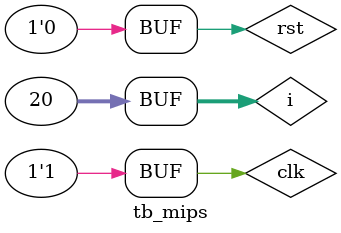
<source format=v>
`include "Mips.v"
`timescale 1ns/1ns

module tb_mips();
  	reg         clk,rst;
	wire        zero;
   wire [4:0]  write_reg;
   wire [3:0]  alu_crtl;
	wire [31:0] pc_next,
					pc_in,
					inst,
					read_data1,
					read_data2,
					write_data_reg,
					read_data;
   integer i;

   initial
        begin
        rst=1;
        clk=0;
        clk=1;
        #50;
        rst=0;
        for(i=0;i<20;i=i+1)
        begin
            clk=~clk;
            #50;
        end
   end
	   
	MipsCPU mcpu(clk, rst, pc_in,pc_next,inst,write_reg,read_data1, read_data2,alu_crtl,zero,read_data,write_data_reg);

      initial begin

        $dumpfile("Mips.vcd");
        $dumpvars(0,tb_mips); 

      end

endmodule
</source>
